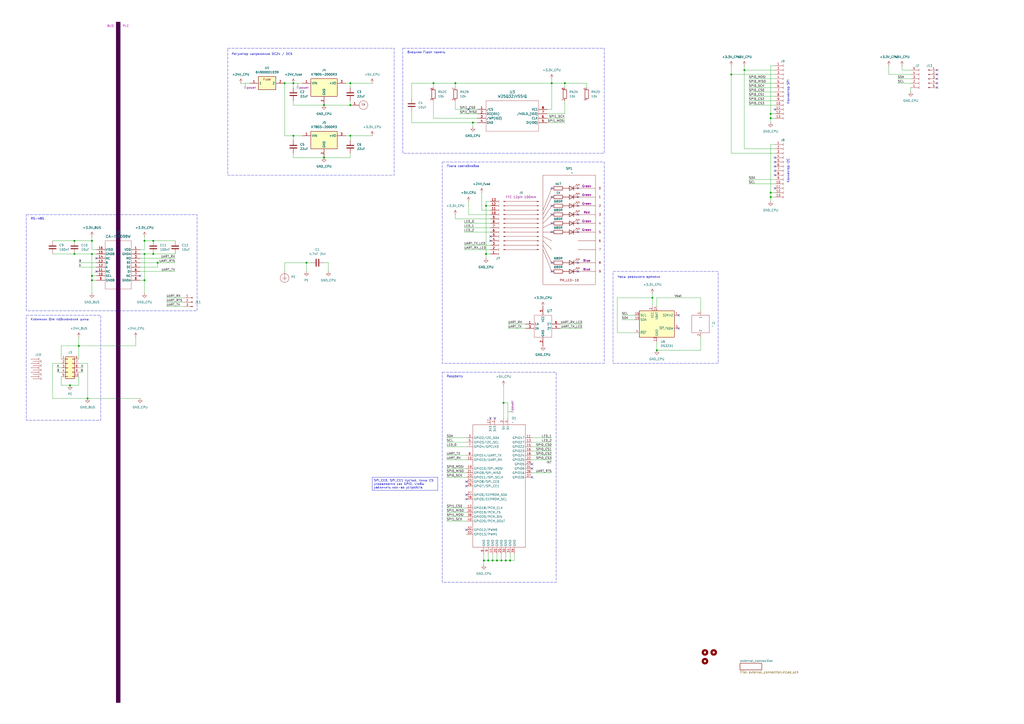
<source format=kicad_sch>
(kicad_sch (version 20250114) (generator "eeschema") (generator_version "9.0")
  (paper "A2")
  (title_block (title "${article} v${version}"))
  (rectangle (start 256.54 215.9) (end 322.58 337.82) (stroke (width 0) (type dash)))
  (rectangle (start 15.24 124.46) (end 114.3 180.34) (stroke (width 0) (type dash)))
  (rectangle (start 67.31 12.7) (end 69.85 407.67) (stroke (width 0) (type dot) (color 72 0 72 1)) (fill (type color) (color 72 0 72 1)))
  (rectangle (start 355.6 157.48) (end 416.56 210.82) (stroke (width 0) (type dash)))
  (rectangle (start 256.54 93.98) (end 350.52 210.82) (stroke (width 0) (type dash)))
  (rectangle (start 233.68 27.94) (end 350.52 88.9) (stroke (width 0) (type dash)))
  (rectangle (start 15.24 182.88) (end 58.42 243.84) (stroke (width 0) (type dash)))
  (rectangle (start 132.08 27.94) (end 228.6 101.6) (stroke (width 0) (type dash)))
  (text "BUS" (at 66.04 15.24 0) (effects (font (size 1.27 1.27)) (justify right)))
  (text "Клеммник для подключения шины" (at 17.78 185.42 0) (effects (font (size 1.27 1.27)) (justify left)))
  (text "RS-485" (at 17.78 127 0) (effects (font (size 1.27 1.27)) (justify left)))
  (text "Внешняя Flash память" (at 236.22 30.48 0) (effects (font (size 1.27 1.27)) (justify left)))
  (text "Raspberry" (at 259.08 218.44 0) (effects (font (size 1.27 1.27)) (justify left)))
  (text "PLC" (at 71.12 15.24 0) (effects (font (size 1.27 1.27)) (justify left)))
  (text "Коннектор SPI" (at 457.2 53.34 90) (effects (font (size 1.27 1.27))))
  (text "Часы реального времени" (at 358.14 160.02 0) (effects (font (size 1.27 1.27)) (justify left top)))
  (text "Коннектор I2C" (at 457.2 99.06 90) (effects (font (size 1.27 1.27))))
  (text "Регулятор напряжения DC24 / DC5" (at 134.366 31.496 0) (effects (font (size 1.27 1.27)) (justify left)))
  (text "Плата светодиодов" (at 259.08 96.52 0) (effects (font (size 1.27 1.27)) (justify left)))
  (text_box "SPI_CE0, SPI_CE1 пустые, пины CS управляются как GPIO, чтобы увеличить кол-во устройств" (at 215.9 276.86 0) (size 38.1 7.62) (margins 0.9525 0.9525 0.9525 0.9525) (effects (font (size 1.27 1.27)) (justify left)))
  (junction (at 447.04 111.76))
  (junction (at 170.18 48.26))
  (junction (at 53.34 160.02))
  (junction (at 83.82 139.7))
  (junction (at 281.94 119.38))
  (junction (at 288.29 325.12))
  (junction (at 447.04 66.04))
  (junction (at 43.18 139.7))
  (junction (at 177.8 152.4))
  (junction (at 281.94 147.32))
  (junction (at 320.04 48.26))
  (junction (at 327.66 48.26))
  (junction (at 83.82 147.32))
  (junction (at 45.72 200.66))
  (junction (at 83.82 162.56))
  (junction (at 187.96 60.96))
  (junction (at 53.34 139.7))
  (junction (at 53.34 147.32))
  (junction (at 264.16 48.26))
  (junction (at 165.1 48.26))
  (junction (at 50.8 231.14))
  (junction (at 53.34 162.56))
  (junction (at 431.8 40.64))
  (junction (at 290.83 325.12))
  (junction (at 251.46 48.26))
  (junction (at 203.2 60.96))
  (junction (at 293.37 325.12))
  (junction (at 187.96 91.44))
  (junction (at 285.75 325.12))
  (junction (at 40.64 223.52))
  (junction (at 91.44 152.4))
  (junction (at 292.1 233.68))
  (junction (at 43.18 147.32))
  (junction (at 295.91 325.12))
  (junction (at 88.9 139.7))
  (junction (at 88.9 147.32))
  (junction (at 447.04 114.3))
  (junction (at 381 203.2))
  (junction (at 274.32 71.12))
  (junction (at 447.04 68.58))
  (junction (at 203.2 48.26))
  (junction (at 378.46 172.72))
  (junction (at 283.21 325.12))
  (junction (at 424.18 43.18))
  (junction (at 170.18 78.74))
  (junction (at 203.2 78.74))
  (junction (at 280.67 325.12))
  (no_connect (at 55.88 157.48))
  (no_connect (at 449.58 99.06))
  (no_connect (at 320.04 119.38))
  (no_connect (at 270.51 281.94))
  (no_connect (at 308.61 276.86))
  (no_connect (at 335.28 119.38))
  (no_connect (at 449.58 63.5))
  (no_connect (at 335.28 109.22))
  (no_connect (at 335.28 124.46))
  (no_connect (at 449.58 101.6))
  (no_connect (at 449.58 91.44))
  (no_connect (at 320.04 157.48))
  (no_connect (at 543.56 48.26))
  (no_connect (at 287.02 242.57))
  (no_connect (at 320.04 152.4))
  (no_connect (at 335.28 129.54))
  (no_connect (at 449.58 93.98))
  (no_connect (at 320.04 129.54))
  (no_connect (at 270.51 307.34))
  (no_connect (at 543.56 45.72))
  (no_connect (at 543.56 43.18))
  (no_connect (at 543.56 50.8))
  (no_connect (at 270.51 289.56))
  (no_connect (at 335.28 134.62))
  (no_connect (at 81.28 160.02))
  (no_connect (at 335.28 114.3))
  (no_connect (at 543.56 40.64))
  (no_connect (at 449.58 109.22))
  (no_connect (at 55.88 149.86))
  (no_connect (at 335.28 152.4))
  (no_connect (at 335.28 157.48))
  (no_connect (at 449.58 96.52))
  (no_connect (at 270.51 287.02))
  (no_connect (at 284.48 137.16))
  (no_connect (at 284.48 242.57))
  (no_connect (at 271.78 63.5))
  (no_connect (at 284.48 139.7))
  (no_connect (at 320.04 124.46))
  (no_connect (at 320.04 114.3))
  (no_connect (at 320.04 134.62))
  (no_connect (at 308.61 271.78))
  (no_connect (at 393.7 190.5))
  (no_connect (at 270.51 279.4))
  (no_connect (at 308.61 269.24))
  (no_connect (at 320.04 109.22))
  (no_connect (at 393.7 182.88))
  (wire (pts (xy 264.16 48.26) (xy 264.16 50.8)))
  (wire (pts (xy 53.34 147.32) (xy 53.34 160.02)))
  (wire (pts (xy 45.72 215.9) (xy 48.26 215.9)))
  (wire (pts (xy 279.4 121.92) (xy 284.48 121.92)))
  (wire (pts (xy 447.04 71.12) (xy 447.04 68.58)))
  (wire (pts (xy 88.9 147.32) (xy 101.6 147.32)))
  (wire (pts (xy 449.58 114.3) (xy 447.04 114.3)))
  (wire (pts (xy 327.66 48.26) (xy 320.04 48.26)))
  (wire (pts (xy 358.14 172.72) (xy 378.46 172.72)))
  (wire (pts (xy 170.18 78.74) (xy 170.18 81.28)))
  (wire (pts (xy 35.56 208.28) (xy 35.56 200.66)))
  (wire (pts (xy 91.44 152.4) (xy 91.44 154.94)))
  (wire (pts (xy 96.52 175.26) (xy 106.68 175.26)))
  (wire (pts (xy 424.18 43.18) (xy 449.58 43.18)))
  (wire (pts (xy 381 198.12) (xy 381 203.2)))
  (wire (pts (xy 259.08 276.86) (xy 270.51 276.86)))
  (wire (pts (xy 190.5 157.48) (xy 190.5 152.4)))
  (wire (pts (xy 381 177.8) (xy 381 172.72)))
  (wire (pts (xy 203.2 78.74) (xy 215.9 78.74)))
  (wire (pts (xy 177.8 152.4) (xy 180.34 152.4)))
  (wire (pts (xy 317.5 68.58) (xy 327.66 68.58)))
  (wire (pts (xy 434.34 106.68) (xy 449.58 106.68)))
  (wire (pts (xy 308.61 264.16) (xy 320.04 264.16)))
  (wire (pts (xy 269.24 142.24) (xy 284.48 142.24)))
  (wire (pts (xy 360.68 185.42) (xy 368.3 185.42)))
  (wire (pts (xy 264.16 63.5) (xy 276.86 63.5)))
  (wire (pts (xy 40.64 223.52) (xy 45.72 223.52)))
  (wire (pts (xy 30.48 139.7) (xy 43.18 139.7)))
  (wire (pts (xy 406.4 172.72) (xy 406.4 180.34)))
  (wire (pts (xy 295.91 321.31) (xy 295.91 325.12)))
  (wire (pts (xy 78.74 195.58) (xy 78.74 200.66)))
  (wire (pts (xy 53.34 139.7) (xy 53.34 144.78)))
  (wire (pts (xy 35.56 223.52) (xy 40.64 223.52)))
  (wire (pts (xy 293.37 321.31) (xy 293.37 325.12)))
  (wire (pts (xy 81.28 149.86) (xy 101.6 149.86)))
  (wire (pts (xy 434.34 45.72) (xy 449.58 45.72)))
  (wire (pts (xy 45.72 195.58) (xy 45.72 200.66)))
  (wire (pts (xy 50.8 210.82) (xy 50.8 231.14)))
  (wire (pts (xy 35.56 210.82) (xy 30.48 210.82)))
  (wire (pts (xy 81.28 154.94) (xy 91.44 154.94)))
  (wire (pts (xy 280.67 321.31) (xy 280.67 325.12)))
  (wire (pts (xy 434.34 58.42) (xy 449.58 58.42)))
  (wire (pts (xy 55.88 147.32) (xy 53.34 147.32)))
  (wire (pts (xy 81.28 147.32) (xy 83.82 147.32)))
  (wire (pts (xy 45.72 152.4) (xy 55.88 152.4)))
  (wire (pts (xy 33.02 215.9) (xy 35.56 215.9)))
  (wire (pts (xy 449.58 88.9) (xy 424.18 88.9)))
  (wire (pts (xy 30.48 210.82) (xy 30.48 231.14)))
  (wire (pts (xy 238.76 57.15) (xy 238.76 48.26)))
  (wire (pts (xy 269.24 132.08) (xy 284.48 132.08)))
  (wire (pts (xy 308.61 254) (xy 320.04 254)))
  (wire (pts (xy 30.48 231.14) (xy 50.8 231.14)))
  (wire (pts (xy 170.18 60.96) (xy 187.96 60.96)))
  (wire (pts (xy 203.2 48.26) (xy 203.2 50.8)))
  (wire (pts (xy 294.64 187.96) (xy 304.8 187.96)))
  (wire (pts (xy 308.61 256.54) (xy 320.04 256.54)))
  (wire (pts (xy 271.78 116.84) (xy 271.78 124.46)))
  (wire (pts (xy 281.94 119.38) (xy 281.94 147.32)))
  (wire (pts (xy 170.18 48.26) (xy 175.26 48.26)))
  (wire (pts (xy 434.34 50.8) (xy 449.58 50.8)))
  (wire (pts (xy 203.2 58.42) (xy 203.2 60.96)))
  (wire (pts (xy 447.04 68.58) (xy 447.04 66.04)))
  (wire (pts (xy 281.94 119.38) (xy 284.48 119.38)))
  (wire (pts (xy 424.18 43.18) (xy 424.18 38.1)))
  (wire (pts (xy 281.94 116.84) (xy 281.94 119.38)))
  (wire (pts (xy 81.28 152.4) (xy 91.44 152.4)))
  (wire (pts (xy 283.21 325.12) (xy 285.75 325.12)))
  (wire (pts (xy 203.2 88.9) (xy 203.2 91.44)))
  (wire (pts (xy 170.18 78.74) (xy 165.1 78.74)))
  (wire (pts (xy 50.8 231.14) (xy 81.28 231.14)))
  (wire (pts (xy 139.7 48.26) (xy 144.78 48.26)))
  (wire (pts (xy 431.8 40.64) (xy 449.58 40.64)))
  (wire (pts (xy 320.04 48.26) (xy 320.04 45.72)))
  (wire (pts (xy 292.1 223.52) (xy 292.1 233.68)))
  (wire (pts (xy 170.18 60.96) (xy 170.18 58.42)))
  (wire (pts (xy 447.04 38.1) (xy 447.04 66.04)))
  (wire (pts (xy 337.82 187.96) (xy 325.12 187.96)))
  (wire (pts (xy 43.18 139.7) (xy 53.34 139.7)))
  (wire (pts (xy 520.7 48.26) (xy 528.32 48.26)))
  (wire (pts (xy 294.64 233.68) (xy 292.1 233.68)))
  (wire (pts (xy 251.46 48.26) (xy 251.46 50.8)))
  (wire (pts (xy 187.96 60.96) (xy 203.2 60.96)))
  (wire (pts (xy 83.82 137.16) (xy 83.82 139.7)))
  (wire (pts (xy 378.46 170.18) (xy 378.46 172.72)))
  (wire (pts (xy 358.14 193.04) (xy 368.3 193.04)))
  (wire (pts (xy 280.67 325.12) (xy 283.21 325.12)))
  (wire (pts (xy 381 172.72) (xy 406.4 172.72)))
  (wire (pts (xy 378.46 172.72) (xy 378.46 177.8)))
  (wire (pts (xy 281.94 147.32) (xy 284.48 147.32)))
  (wire (pts (xy 175.26 78.74) (xy 170.18 78.74)))
  (wire (pts (xy 447.04 114.3) (xy 447.04 116.84)))
  (wire (pts (xy 308.61 259.08) (xy 320.04 259.08)))
  (wire (pts (xy 96.52 172.72) (xy 106.68 172.72)))
  (wire (pts (xy 294.64 190.5) (xy 304.8 190.5)))
  (wire (pts (xy 327.66 66.04) (xy 327.66 58.42)))
  (wire (pts (xy 269.24 144.78) (xy 284.48 144.78)))
  (wire (pts (xy 203.2 48.26) (xy 215.9 48.26)))
  (wire (pts (xy 165.1 152.4) (xy 177.8 152.4)))
  (wire (pts (xy 449.58 86.36) (xy 431.8 86.36)))
  (wire (pts (xy 320.04 63.5) (xy 320.04 48.26)))
  (wire (pts (xy 449.58 111.76) (xy 447.04 111.76)))
  (wire (pts (xy 33.02 213.36) (xy 35.56 213.36)))
  (wire (pts (xy 259.08 264.16) (xy 270.51 264.16)))
  (wire (pts (xy 528.32 50.8) (xy 528.32 53.34)))
  (wire (pts (xy 271.78 124.46) (xy 284.48 124.46)))
  (wire (pts (xy 434.34 48.26) (xy 449.58 48.26)))
  (wire (pts (xy 259.08 266.7) (xy 270.51 266.7)))
  (wire (pts (xy 276.86 68.58) (xy 251.46 68.58)))
  (wire (pts (xy 294.64 242.57) (xy 294.64 233.68)))
  (wire (pts (xy 308.61 274.32) (xy 320.04 274.32)))
  (wire (pts (xy 279.4 111.76) (xy 279.4 121.92)))
  (wire (pts (xy 288.29 325.12) (xy 290.83 325.12)))
  (wire (pts (xy 53.34 160.02) (xy 55.88 160.02)))
  (wire (pts (xy 528.32 43.18) (xy 515.62 43.18)))
  (wire (pts (xy 170.18 91.44) (xy 187.96 91.44)))
  (wire (pts (xy 91.44 152.4) (xy 101.6 152.4)))
  (wire (pts (xy 434.34 55.88) (xy 449.58 55.88)))
  (wire (pts (xy 298.45 321.31) (xy 298.45 325.12)))
  (wire (pts (xy 523.24 40.64) (xy 523.24 38.1)))
  (wire (pts (xy 45.72 154.94) (xy 55.88 154.94)))
  (wire (pts (xy 251.46 58.42) (xy 251.46 68.58)))
  (wire (pts (xy 269.24 129.54) (xy 284.48 129.54)))
  (wire (pts (xy 424.18 88.9) (xy 424.18 43.18)))
  (wire (pts (xy 259.08 274.32) (xy 270.51 274.32)))
  (wire (pts (xy 83.82 147.32) (xy 83.82 162.56)))
  (wire (pts (xy 308.61 266.7) (xy 320.04 266.7)))
  (wire (pts (xy 285.75 321.31) (xy 285.75 325.12)))
  (wire (pts (xy 259.08 297.18) (xy 270.51 297.18)))
  (wire (pts (xy 190.5 152.4) (xy 187.96 152.4)))
  (wire (pts (xy 337.82 190.5) (xy 325.12 190.5)))
  (wire (pts (xy 274.32 71.12) (xy 274.32 73.66)))
  (wire (pts (xy 259.08 299.72) (xy 270.51 299.72)))
  (wire (pts (xy 447.04 83.82) (xy 447.04 111.76)))
  (wire (pts (xy 30.48 147.32) (xy 43.18 147.32)))
  (wire (pts (xy 35.56 200.66) (xy 45.72 200.66)))
  (wire (pts (xy 269.24 134.62) (xy 284.48 134.62)))
  (wire (pts (xy 264.16 127) (xy 284.48 127)))
  (wire (pts (xy 83.82 162.56) (xy 83.82 170.18)))
  (wire (pts (xy 340.36 50.8) (xy 340.36 48.26)))
  (wire (pts (xy 327.66 48.26) (xy 327.66 50.8)))
  (wire (pts (xy 259.08 259.08) (xy 270.51 259.08)))
  (wire (pts (xy 177.8 152.4) (xy 177.8 157.48)))
  (wire (pts (xy 259.08 254) (xy 270.51 254)))
  (wire (pts (xy 290.83 321.31) (xy 290.83 325.12)))
  (wire (pts (xy 170.18 48.26) (xy 170.18 50.8)))
  (wire (pts (xy 83.82 144.78) (xy 83.82 139.7)))
  (wire (pts (xy 381 203.2) (xy 406.4 203.2)))
  (wire (pts (xy 431.8 86.36) (xy 431.8 40.64)))
  (wire (pts (xy 266.7 66.04) (xy 276.86 66.04)))
  (wire (pts (xy 358.14 172.72) (xy 358.14 193.04)))
  (wire (pts (xy 447.04 111.76) (xy 447.04 114.3)))
  (wire (pts (xy 283.21 321.31) (xy 283.21 325.12)))
  (wire (pts (xy 434.34 60.96) (xy 449.58 60.96)))
  (wire (pts (xy 83.82 144.78) (xy 81.28 144.78)))
  (wire (pts (xy 259.08 256.54) (xy 270.51 256.54)))
  (wire (pts (xy 53.34 144.78) (xy 55.88 144.78)))
  (wire (pts (xy 200.66 78.74) (xy 203.2 78.74)))
  (wire (pts (xy 53.34 137.16) (xy 53.34 139.7)))
  (wire (pts (xy 406.4 203.2) (xy 406.4 195.58)))
  (wire (pts (xy 238.76 71.12) (xy 274.32 71.12)))
  (wire (pts (xy 165.1 78.74) (xy 165.1 48.26)))
  (wire (pts (xy 281.94 147.32) (xy 281.94 149.86)))
  (wire (pts (xy 259.08 294.64) (xy 270.51 294.64)))
  (wire (pts (xy 45.72 210.82) (xy 50.8 210.82)))
  (wire (pts (xy 434.34 104.14) (xy 449.58 104.14)))
  (wire (pts (xy 203.2 91.44) (xy 187.96 91.44)))
  (wire (pts (xy 340.36 48.26) (xy 327.66 48.26)))
  (wire (pts (xy 165.1 48.26) (xy 170.18 48.26)))
  (wire (pts (xy 449.58 83.82) (xy 447.04 83.82)))
  (wire (pts (xy 83.82 162.56) (xy 81.28 162.56)))
  (wire (pts (xy 83.82 139.7) (xy 88.9 139.7)))
  (wire (pts (xy 317.5 66.04) (xy 327.66 66.04)))
  (wire (pts (xy 515.62 43.18) (xy 515.62 38.1)))
  (wire (pts (xy 317.5 71.12) (xy 327.66 71.12)))
  (wire (pts (xy 317.5 63.5) (xy 320.04 63.5)))
  (wire (pts (xy 88.9 139.7) (xy 101.6 139.7)))
  (wire (pts (xy 45.72 213.36) (xy 48.26 213.36)))
  (wire (pts (xy 251.46 48.26) (xy 264.16 48.26)))
  (wire (pts (xy 280.67 325.12) (xy 280.67 327.66)))
  (wire (pts (xy 96.52 177.8) (xy 106.68 177.8)))
  (wire (pts (xy 45.72 208.28) (xy 45.72 200.66)))
  (wire (pts (xy 81.28 157.48) (xy 101.6 157.48)))
  (wire (pts (xy 449.58 66.04) (xy 447.04 66.04)))
  (wire (pts (xy 35.56 218.44) (xy 35.56 223.52)))
  (wire (pts (xy 238.76 48.26) (xy 251.46 48.26)))
  (wire (pts (xy 264.16 58.42) (xy 264.16 63.5)))
  (wire (pts (xy 276.86 71.12) (xy 274.32 71.12)))
  (wire (pts (xy 292.1 233.68) (xy 292.1 242.57)))
  (wire (pts (xy 203.2 78.74) (xy 203.2 81.28)))
  (wire (pts (xy 288.29 321.31) (xy 288.29 325.12)))
  (wire (pts (xy 53.34 160.02) (xy 53.34 162.56)))
  (wire (pts (xy 53.34 162.56) (xy 55.88 162.56)))
  (wire (pts (xy 449.58 38.1) (xy 447.04 38.1)))
  (wire (pts (xy 290.83 325.12) (xy 293.37 325.12)))
  (wire (pts (xy 295.91 325.12) (xy 298.45 325.12)))
  (wire (pts (xy 520.7 45.72) (xy 528.32 45.72)))
  (wire (pts (xy 78.74 200.66) (xy 45.72 200.66)))
  (wire (pts (xy 45.72 223.52) (xy 45.72 218.44)))
  (wire (pts (xy 360.68 182.88) (xy 368.3 182.88)))
  (wire (pts (xy 170.18 88.9) (xy 170.18 91.44)))
  (wire (pts (xy 264.16 48.26) (xy 320.04 48.26)))
  (wire (pts (xy 43.18 147.32) (xy 53.34 147.32)))
  (wire (pts (xy 308.61 261.62) (xy 320.04 261.62)))
  (wire (pts (xy 431.8 38.1) (xy 431.8 40.64)))
  (wire (pts (xy 264.16 127) (xy 264.16 124.46)))
  (wire (pts (xy 259.08 271.78) (xy 270.51 271.78)))
  (wire (pts (xy 83.82 147.32) (xy 88.9 147.32)))
  (wire (pts (xy 165.1 157.48) (xy 165.1 152.4)))
  (wire (pts (xy 434.34 53.34) (xy 449.58 53.34)))
  (wire (pts (xy 53.34 162.56) (xy 53.34 170.18)))
  (wire (pts (xy 528.32 40.64) (xy 523.24 40.64)))
  (wire (pts (xy 200.66 48.26) (xy 203.2 48.26)))
  (wire (pts (xy 447.04 68.58) (xy 449.58 68.58)))
  (wire (pts (xy 293.37 325.12) (xy 295.91 325.12)))
  (wire (pts (xy 238.76 64.77) (xy 238.76 71.12)))
  (wire (pts (xy 285.75 325.12) (xy 288.29 325.12)))
  (wire (pts (xy 284.48 116.84) (xy 281.94 116.84)))
  (wire (pts (xy 259.08 302.26) (xy 270.51 302.26)))
  (label "SPI1_MOSI" (at 259.08 299.72 0))
  (label "UART_RTS" (at 320.04 274.32 180))
  (label "UART_RTS" (at 96.52 175.26 0))
  (label "Vbat" (at 391.16 172.72 0))
  (label "SPI0_CS2" (at 434.34 58.42 0))
  (label "UART_RX_LED" (at 269.24 144.78 0))
  (label "SDA" (at 434.34 104.14 0))
  (label "SPI0_CS0" (at 434.34 53.34 0))
  (label "UART_TX_LED" (at 269.24 142.24 0))
  (label "LED_1" (at 269.24 132.08 0))
  (label "SPI1_MOSI" (at 327.66 71.12 180))
  (label "UART_RX" (at 294.64 187.96 0))
  (label "SCL" (at 434.34 106.68 0))
  (label "UART_RTS" (at 101.6 152.4 180))
  (label "LED_2" (at 269.24 134.62 0))
  (label "SDA" (at 259.08 254 0))
  (label "A" (at 33.02 213.36 0))
  (label "SPI0_CS1" (at 434.34 55.88 0))
  (label "SPI1_MISO" (at 266.7 66.04 0))
  (label "A" (at 48.26 213.36 180))
  (label "SPI1_CS0" (at 259.08 294.64 0))
  (label "SDA" (at 360.68 185.42 0))
  (label "UART_TX_LED" (at 337.82 190.5 180))
  (label "UART_TX" (at 294.64 190.5 0))
  (label "SPI0_SCK" (at 259.08 276.86 0))
  (label "UART_RX" (at 259.08 266.7 0))
  (label "SPI0_CS3" (at 320.04 266.7 180))
  (label "UART_RX_LED" (at 337.82 187.96 180))
  (label "SPI1_SCK" (at 327.66 68.58 180))
  (label "INT" (at 320.04 269.24 180))
  (label "UART_RX" (at 96.52 172.72 0))
  (label "LED_2" (at 320.04 256.54 180))
  (label "B" (at 33.02 215.9 0))
  (label "SPI0_CS2" (at 320.04 264.16 180))
  (label "SPI1_SCK" (at 259.08 302.26 0))
  (label "SDA" (at 520.7 45.72 0))
  (label "LED_0" (at 259.08 259.08 0))
  (label "LED_1" (at 320.04 254 180))
  (label "SPI1_CS0" (at 266.7 63.5 0))
  (label "UART_TX" (at 259.08 264.16 0))
  (label "LED_0" (at 269.24 129.54 0))
  (label "SPI0_MOSI" (at 434.34 45.72 0))
  (label "UART_TX" (at 101.6 157.48 180))
  (label "B" (at 45.72 152.4 0))
  (label "B" (at 48.26 215.9 180))
  (label "SPI0_CS1" (at 320.04 261.62 180))
  (label "UART_RX" (at 101.6 149.86 180))
  (label "SPI0_MISO" (at 434.34 48.26 0))
  (label "SPI0_CS0" (at 320.04 259.08 180))
  (label "SCL" (at 259.08 256.54 0))
  (label "SPI0_MOSI" (at 259.08 271.78 0))
  (label "UART_TX" (at 96.52 177.8 0))
  (label "A" (at 45.72 154.94 0))
  (label "SCL" (at 520.7 48.26 0))
  (label "SPI0_MISO" (at 259.08 274.32 0))
  (label "SPI1_MISO" (at 259.08 297.18 0))
  (label "SPI0_SCK" (at 434.34 50.8 0))
  (label "SPI0_CS3" (at 434.34 60.96 0))
  (label "SCL" (at 360.68 182.88 0))
  (netclass_flag "" (length 2.54) (shape round) (at 172.72 48.26 180) (property "Netclass" "power" (at 173.4185 50.8 0) (effects (font (italic yes)) (justify left))))
  (netclass_flag "" (length 2.54) (shape round) (at 294.64 238.76 270) (property "Netclass" "power" (at 297.18 238.0615 90) (effects (font (italic yes)) (justify left))))
  (netclass_flag "" (length 2.54) (shape round) (at 142.24 48.26 180) (property "Netclass" "power" (at 142.9385 50.8 0) (effects (font (italic yes)) (justify left))))
  (symbol (lib_id "kicad_inventree_lib:15EDGKNH-3.5-10P") (at 22.86 213.36 0) (unit 1) (on_board no)
    (property "Reference" "J10" (at 20.32 205.74 0) (effects (justify left)))
    (property "Value" "15EDGKNH-3.5-10P" (effects (hide yes)))
    (property "Datasheet" "http://inventree.network/part/257/" (effects (hide yes)))
    (property "Description" "Generic connector, single row, 01x05, script generated" (effects (hide yes)))
    (property "part_ipn" "15EDGKNH-3.5-10P" (effects (hide yes)))
  )
  (symbol (lib_id "power:GND") (at 187.96 60.96 0) (unit 1)
    (property "Reference" "#PWR04" (effects (hide yes)))
    (property "Value" "GND_CPU" (at 187.96 66.04 0))
    (property "Description" "Power symbol creates a global label with name \"GND\" , ground" (effects (hide yes)))
  )
  (symbol (lib_id "kicad_inventree_lib:R_680R_0603_1%") (at 323.85 129.54 90) (unit 1) (on_board no)
    (property "Reference" "R5" (effects (hide yes)))
    (property "Value" "680R" (at 323.85 127 90))
    (property "Footprint" "Resistor_SMD:R_0603_1608Metric" (effects (hide yes)))
    (property "Datasheet" "http://inventree.network/part/281/" (effects (hide yes)))
    (property "Description" "Resistor" (effects (hide yes)))
    (property "part_ipn" "R_680R_0603_1%" (effects (hide yes)))
  )
  (symbol (lib_id "power:GND") (at 40.64 223.52 0) (mirror y) (unit 1)
    (property "Reference" "#PWR023" (effects (hide yes)))
    (property "Value" "PE" (at 40.64 228.6 0))
    (property "Description" "Power symbol creates a global label with name \"GND\" , ground" (effects (hide yes)))
  )
  (symbol (lib_id "kicad_inventree_lib:R_680R_0603_1%") (at 323.85 157.48 90) (unit 1) (on_board no)
    (property "Reference" "R8" (effects (hide yes)))
    (property "Value" "680R" (at 323.85 154.94 90))
    (property "Footprint" "Resistor_SMD:R_0603_1608Metric" (effects (hide yes)))
    (property "Datasheet" "http://inventree.network/part/281/" (effects (hide yes)))
    (property "Description" "Resistor" (effects (hide yes)))
    (property "part_ipn" "R_680R_0603_1%" (effects (hide yes)))
  )
  (symbol (lib_id "power:+3.3V") (at 515.62 38.1 0) (unit 1)
    (property "Reference" "#PWR030" (effects (hide yes)))
    (property "Value" "+3.3V_CPU" (at 515.62 33.02 0))
    (property "Description" "Power symbol creates a global label with name \"+3.3V\"" (effects (hide yes)))
  )
  (symbol (lib_id "kicad_inventree_lib:MountingHole_M3") (at 408.94 383.54 0) (unit 1) (exclude_from_sim yes) (in_bom no)
    (property "Reference" "H2" (effects (hide yes)))
    (property "Value" "MountingHole_M3" (effects (hide yes)))
    (property "Footprint" "kicad_inventree_lib:MountingHole_M3" (effects (hide yes)))
    (property "Description" "Mounting Hole without connection" (effects (hide yes)))
  )
  (symbol (lib_id "kicad_inventree_lib:XL-1606SYGC") (at 331.47 109.22 180) (unit 1) (on_board no)
    (property "Reference" "D2" (effects (hide yes)))
    (property "Value" "XL-1606SYGC" (effects (hide yes)))
    (property "Footprint" "kicad_inventree_lib:XL-1606" (effects (hide yes)))
    (property "Datasheet" "http://inventree.network/part/278/" (effects (hide yes)))
    (property "Description" "Green" (at 340.36 107.95 0))
    (property "part_ipn" "XL-1606SYGC" (effects (hide yes)))
  )
  (symbol (lib_id "power:+3.3V") (at 314.96 177.8 0) (unit 1)
    (property "Reference" "#PWR037" (effects (hide yes)))
    (property "Value" "+3.3V_CPU" (at 314.96 172.72 0))
    (property "Description" "Power symbol creates a global label with name \"+3.3V\"" (effects (hide yes)))
  )
  (symbol (lib_id "power:+5V") (at 215.9 48.26 0) (unit 1)
    (property "Reference" "#PWR03" (effects (hide yes)))
    (property "Value" "+5V_CPU" (at 215.9 43.18 0))
    (property "Description" "Power symbol creates a global label with name \"+5V\"" (effects (hide yes)))
  )
  (symbol (lib_id "power:GND") (at 280.67 327.66 0) (unit 1)
    (property "Reference" "#PWR017" (effects (hide yes)))
    (property "Value" "GND_CPU" (at 280.67 332.74 0))
    (property "Description" "Power symbol creates a global label with name \"GND\" , ground" (effects (hide yes)))
  )
  (symbol (lib_id "power:+3.3V") (at 320.04 45.72 0) (unit 1)
    (property "Reference" "#PWR014" (effects (hide yes)))
    (property "Value" "+3.3V_CPU" (at 320.04 40.64 0))
    (property "Description" "Power symbol creates a global label with name \"+3.3V\"" (effects (hide yes)))
  )
  (symbol (lib_id "kicad_inventree_lib:XL-1606SYGC") (at 331.47 114.3 180) (unit 1) (on_board no)
    (property "Reference" "D3" (effects (hide yes)))
    (property "Value" "XL-1606SYGC" (effects (hide yes)))
    (property "Footprint" "kicad_inventree_lib:XL-1606" (effects (hide yes)))
    (property "Datasheet" "http://inventree.network/part/278/" (effects (hide yes)))
    (property "Description" "Green" (at 340.36 113.03 0))
    (property "part_ipn" "XL-1606SYGC" (effects (hide yes)))
  )
  (symbol (lib_id "power:+5V") (at 78.74 195.58 0) (mirror y) (unit 1)
    (property "Reference" "#PWR025" (effects (hide yes)))
    (property "Value" "+24V_CPU" (at 78.74 190.5 0))
    (property "Description" "Power symbol creates a global label with name \"+5V\"" (effects (hide yes)))
  )
  (symbol (lib_id "power:GND") (at 281.94 149.86 0) (unit 1)
    (property "Reference" "#PWR032" (effects (hide yes)))
    (property "Value" "GND_CPU" (at 281.94 154.94 0))
    (property "Description" "Power symbol creates a global label with name \"GND\" , ground" (effects (hide yes)))
  )
  (symbol (lib_id "power:GND") (at 381 203.2 0) (unit 1)
    (property "Reference" "#PWR034" (effects (hide yes)))
    (property "Value" "GND_CPU" (at 381 208.28 0))
    (property "Description" "Power symbol creates a global label with name \"GND\" , ground" (effects (hide yes)))
  )
  (symbol (lib_id "kicad_inventree_lib:R_680R_0603_1%") (at 323.85 152.4 90) (unit 1) (on_board no)
    (property "Reference" "R7" (effects (hide yes)))
    (property "Value" "680R" (at 323.85 149.86 90))
    (property "Footprint" "Resistor_SMD:R_0603_1608Metric" (effects (hide yes)))
    (property "Datasheet" "http://inventree.network/part/281/" (effects (hide yes)))
    (property "Description" "Resistor" (effects (hide yes)))
    (property "part_ipn" "R_680R_0603_1%" (effects (hide yes)))
  )
  (symbol (lib_id "kicad_inventree_lib:XL-1606SYGC") (at 331.47 129.54 180) (unit 1) (on_board no)
    (property "Reference" "D6" (effects (hide yes)))
    (property "Value" "XL-1606SYGC" (effects (hide yes)))
    (property "Footprint" "kicad_inventree_lib:XL-1606" (effects (hide yes)))
    (property "Datasheet" "http://inventree.network/part/278/" (effects (hide yes)))
    (property "Description" "Green" (at 340.36 128.27 0))
    (property "part_ipn" "XL-1606SYGC" (effects (hide yes)))
  )
  (symbol (lib_id "kicad_inventree_lib:BS-12-A1AJ002-F") (at 406.4 182.88 0) (unit 1)
    (property "Reference" "J1" (at 412.75 187.3249 0) (effects (justify left)))
    (property "Value" "~" (at 412.75 189.23 0) (effects (justify left)))
    (property "Footprint" "kicad_inventree_lib:BS-12-A1AJ002-F" (effects (hide yes)))
    (property "Datasheet" "http://inventree.network/part/215/" (effects (hide yes)))
    (property "part_ipn" "BS-12-A1AJ002-F" (effects (hide yes)))
  )
  (symbol (lib_id "kicad_inventree_lib:XL-1606SYGC") (at 331.47 134.62 180) (unit 1) (on_board no)
    (property "Reference" "D7" (effects (hide yes)))
    (property "Value" "XL-1606SYGC" (effects (hide yes)))
    (property "Footprint" "kicad_inventree_lib:XL-1606" (effects (hide yes)))
    (property "Datasheet" "http://inventree.network/part/278/" (effects (hide yes)))
    (property "Description" "Green" (at 340.36 133.35 0))
    (property "part_ipn" "XL-1606SYGC" (effects (hide yes)))
  )
  (symbol (lib_id "kicad_inventree_lib:C_22uF_50V_2220_MLCC-X7R") (at 203.2 54.61 0) (unit 1)
    (property "Reference" "C3" (at 207.01 53.3399 0) (effects (justify left)))
    (property "Value" "22uF" (at 207.01 55.8799 0) (effects (justify left)))
    (property "Footprint" "Capacitor_SMD:C_2220_5750Metric" (effects (hide yes)))
    (property "Datasheet" "http://inventree.network/part/99/" (effects (hide yes)))
    (property "Description" "Unpolarized capacitor" (effects (hide yes)))
    (property "part_ipn" "C_22uF_50V_2220_MLCC-X7R" (effects (hide yes)))
  )
  (symbol (lib_id "power:GND") (at 528.32 53.34 0) (mirror y) (unit 1)
    (property "Reference" "#PWR031" (effects (hide yes)))
    (property "Value" "GND_CPU" (at 528.32 58.42 0))
    (property "Description" "Power symbol creates a global label with name \"GND\" , ground" (effects (hide yes)))
  )
  (symbol (lib_id "power:+5V") (at 431.8 38.1 0) (unit 1)
    (property "Reference" "#PWR028" (effects (hide yes)))
    (property "Value" "+5V_CPU" (at 431.8 33.02 0))
    (property "Description" "Power symbol creates a global label with name \"+5V\"" (effects (hide yes)))
  )
  (symbol (lib_id "kicad_inventree_lib:XL-1606UBC") (at 331.47 157.48 180) (unit 1) (on_board no)
    (property "Reference" "D9" (effects (hide yes)))
    (property "Value" "XL-1606UBC" (effects (hide yes)))
    (property "Footprint" "kicad_inventree_lib:XL-1606" (effects (hide yes)))
    (property "Datasheet" "http://inventree.network/part/277/" (effects (hide yes)))
    (property "Description" "Blue" (at 340.36 156.21 0))
    (property "part_ipn" "XL-1606UBC" (effects (hide yes)))
  )
  (symbol (lib_id "kicad_inventree_lib:AFA07-S12FCC-00") (at 454.66 93.98 0) (unit 1)
    (property "Reference" "J8" (at 454.025 81.28 0))
    (property "Value" "AFA07-S10FCC-00" (effects (hide yes)))
    (property "Footprint" "kicad_inventree_lib:CONN10_AFA07-S12_JUS" (effects (hide yes)))
    (property "Datasheet" "http://inventree.network/part/170/" (effects (hide yes)))
    (property "Description" "Generic connector, single row, 01x10, script generated" (effects (hide yes)))
    (property "part_ipn" "AFA07-S12FCC-00" (effects (hide yes)))
  )
  (symbol (lib_id "kicad_inventree_lib:R_680R_0603_1%") (at 323.85 124.46 90) (unit 1) (on_board no)
    (property "Reference" "R4" (effects (hide yes)))
    (property "Value" "680R" (at 323.85 121.92 90))
    (property "Footprint" "Resistor_SMD:R_0603_1608Metric" (effects (hide yes)))
    (property "Datasheet" "http://inventree.network/part/281/" (effects (hide yes)))
    (property "Description" "Resistor" (effects (hide yes)))
    (property "part_ipn" "R_680R_0603_1%" (effects (hide yes)))
  )
  (symbol (lib_id "kicad_inventree_lib:R_1k_0603_1%") (at 323.85 114.3 90) (unit 1) (on_board no)
    (property "Reference" "R1" (effects (hide yes)))
    (property "Value" "1k" (at 323.85 111.76 90))
    (property "Footprint" "Resistor_SMD:R_0603_1608Metric" (effects (hide yes)))
    (property "Datasheet" "http://inventree.network/part/280/" (effects (hide yes)))
    (property "Description" "Resistor" (effects (hide yes)))
    (property "part_ipn" "R_1k_0603_1%" (effects (hide yes)))
  )
  (symbol (lib_id "kicad_inventree_lib:RaspberryPi") (at 289.56 246.38 0) (unit 1) (in_bom no)
    (property "Reference" "D1" (at 296.8341 242.57 0) (effects (justify left)))
    (property "Value" "~" (at 296.8341 245.11 0) (effects (justify left)))
    (property "Footprint" "kicad_inventree_lib:RaspberryPi" (effects (hide yes)))
    (property "NextPCB_price" "200" (effects (hide yes)))
  )
  (symbol (lib_id "kicad_inventree_lib:XL-1606SURC") (at 331.47 124.46 180) (unit 1) (on_board no)
    (property "Reference" "D5" (effects (hide yes)))
    (property "Value" "XL-1606SURC" (effects (hide yes)))
    (property "Footprint" "kicad_inventree_lib:XL-1606" (effects (hide yes)))
    (property "Datasheet" "http://inventree.network/part/279/" (effects (hide yes)))
    (property "Description" "Red" (at 340.36 123.19 0))
    (property "part_ipn" "XL-1606SURC" (effects (hide yes)))
  )
  (symbol (lib_id "power:+5V") (at 139.7 48.26 0) (unit 1)
    (property "Reference" "#PWR010" (effects (hide yes)))
    (property "Value" "+24V_CPU" (at 139.7 43.18 0))
    (property "Description" "Power symbol creates a global label with name \"+5V\"" (effects (hide yes)))
  )
  (symbol (lib_id "kicad_inventree_lib:PE") (at 165.1 157.48 0) (unit 1) (in_bom no)
    (property "Reference" "PE1" (effects (hide yes)))
    (property "Value" "PE" (at 168.91 160.6549 0) (effects (justify left)))
    (property "Footprint" "kicad_inventree_lib:PE" (effects (hide yes)))
    (property "Description" "Power symbol creates a global label with name \"Earth_Protective\"" (effects (hide yes)))
  )
  (symbol (lib_id "kicad_inventree_lib:C_22uF_50V_2220_MLCC-X7R") (at 170.18 85.09 0) (unit 1)
    (property "Reference" "C5" (at 173.99 83.8199 0) (effects (justify left)))
    (property "Value" "22uF" (at 173.99 86.3599 0) (effects (justify left)))
    (property "Footprint" "Capacitor_SMD:C_2220_5750Metric" (effects (hide yes)))
    (property "Datasheet" "http://inventree.network/part/99/" (effects (hide yes)))
    (property "Description" "Unpolarized capacitor" (effects (hide yes)))
    (property "part_ipn" "C_22uF_50V_2220_MLCC-X7R" (effects (hide yes)))
  )
  (symbol (lib_id "power:+5V") (at 279.4 111.76 0) (unit 1)
    (property "Reference" "#PWR015" (effects (hide yes)))
    (property "Value" "+24V_fuse" (at 279.4 106.68 0))
    (property "Description" "Power symbol creates a global label with name \"+5V\"" (effects (hide yes)))
  )
  (symbol (lib_id "power:+3.3V") (at 378.46 170.18 0) (unit 1)
    (property "Reference" "#PWR033" (effects (hide yes)))
    (property "Value" "+3.3V_CPU" (at 378.46 165.1 0))
    (property "Description" "Power symbol creates a global label with name \"+3.3V\"" (effects (hide yes)))
  )
  (symbol (lib_id "power:+5V") (at 271.78 116.84 0) (unit 1)
    (property "Reference" "#PWR013" (effects (hide yes)))
    (property "Value" "+5V_CPU" (at 271.78 111.76 0))
    (property "Description" "Power symbol creates a global label with name \"+5V\"" (effects (hide yes)))
  )
  (symbol (lib_id "power:+3.3V") (at 264.16 124.46 0) (unit 1)
    (property "Reference" "#PWR022" (effects (hide yes)))
    (property "Value" "+3.3V_CPU" (at 264.16 119.38 0))
    (property "Description" "Power symbol creates a global label with name \"+3.3V\"" (effects (hide yes)))
  )
  (symbol (lib_id "kicad_inventree_lib:C_22uF_50V_2220_MLCC-X7R") (at 203.2 85.09 0) (unit 1)
    (property "Reference" "C6" (at 207.01 83.8199 0) (effects (justify left)))
    (property "Value" "22uF" (at 207.01 86.3599 0) (effects (justify left)))
    (property "Footprint" "Capacitor_SMD:C_2220_5750Metric" (effects (hide yes)))
    (property "Datasheet" "http://inventree.network/part/99/" (effects (hide yes)))
    (property "Description" "Unpolarized capacitor" (effects (hide yes)))
    (property "part_ipn" "C_22uF_50V_2220_MLCC-X7R" (effects (hide yes)))
  )
  (symbol (lib_id "power:+5V") (at 170.18 48.26 0) (unit 1)
    (property "Reference" "#PWR040" (effects (hide yes)))
    (property "Value" "+24V_fuse" (at 170.18 43.18 0))
    (property "Description" "Power symbol creates a global label with name \"+5V\"" (effects (hide yes)))
  )
  (symbol (lib_id "kicad_inventree_lib:R_680R_0603_1%") (at 323.85 119.38 90) (unit 1) (on_board no)
    (property "Reference" "R3" (effects (hide yes)))
    (property "Value" "680R" (at 323.85 116.84 90))
    (property "Footprint" "Resistor_SMD:R_0603_1608Metric" (effects (hide yes)))
    (property "Datasheet" "http://inventree.network/part/281/" (effects (hide yes)))
    (property "Description" "Resistor" (effects (hide yes)))
    (property "part_ipn" "R_680R_0603_1%" (effects (hide yes)))
  )
  (symbol (lib_id "kicad_inventree_lib:XL-1606UBC") (at 331.47 152.4 180) (unit 1) (on_board no)
    (property "Reference" "D8" (effects (hide yes)))
    (property "Value" "XL-1606UBC" (effects (hide yes)))
    (property "Footprint" "kicad_inventree_lib:XL-1606" (effects (hide yes)))
    (property "Datasheet" "http://inventree.network/part/277/" (effects (hide yes)))
    (property "Description" "Blue" (at 340.36 151.13 0))
    (property "part_ipn" "XL-1606UBC" (effects (hide yes)))
  )
  (symbol (lib_id "kicad_inventree_lib:15EDGK-3.5-05P") (at 538.48 50.8 0) (unit 1) (on_board no)
    (property "Reference" "J13" (at 539.115 38.1 0))
    (property "Value" "15EDGK-3.5-05P" (effects (hide yes)))
    (property "Datasheet" "http://inventree.network/part/250/" (effects (hide yes)))
    (property "Description" "Generic connector, single row, 01x10, script generated" (effects (hide yes)))
    (property "part_ipn" "15EDGK-3.5-05P" (effects (hide yes)))
  )
  (symbol (lib_id "kicad_inventree_lib:C_10uF_16V_0805_MLCC-X5R") (at 43.18 143.51 0) (unit 1)
    (property "Reference" "C10" (at 46.99 142.2399 0) (effects (justify left)))
    (property "Value" "10uF" (at 46.99 144.7799 0) (effects (justify left)))
    (property "Footprint" "Capacitor_SMD:C_0805_2012Metric" (effects (hide yes)))
    (property "Datasheet" "http://inventree.network/part/261/" (effects (hide yes)))
    (property "Description" "Unpolarized capacitor" (effects (hide yes)))
    (property "part_ipn" "C_10uF_16V_0805_MLCC-X5R" (effects (hide yes)))
  )
  (symbol (lib_id "power:+3.3V") (at 53.34 137.16 0) (unit 1)
    (property "Reference" "#PWR02" (effects (hide yes)))
    (property "Value" "+3.3V_BUS" (at 53.34 132.08 0))
    (property "Description" "Power symbol creates a global label with name \"+3.3V\"" (effects (hide yes)))
  )
  (symbol (lib_id "kicad_inventree_lib:C_22uF_50V_2220_MLCC-X7R") (at 170.18 54.61 0) (unit 1)
    (property "Reference" "C2" (at 173.99 53.3399 0) (effects (justify left)))
    (property "Value" "22uF" (at 173.99 55.8799 0) (effects (justify left)))
    (property "Footprint" "Capacitor_SMD:C_2220_5750Metric" (effects (hide yes)))
    (property "Datasheet" "http://inventree.network/part/99/" (effects (hide yes)))
    (property "Description" "Unpolarized capacitor" (effects (hide yes)))
    (property "part_ipn" "C_22uF_50V_2220_MLCC-X7R" (effects (hide yes)))
  )
  (symbol (lib_id "kicad_inventree_lib:W25Q32JVSSIQ") (at 297.18 58.42 0) (unit 1)
    (property "Reference" "U3" (at 297.18 53.34 0) (effects (font (size 1.524 1.524))))
    (property "Value" "W25Q32JVSSIQ" (at 297.18 55.88 0) (effects (font (size 1.524 1.524))))
    (property "Footprint" "kicad_inventree_lib:SOIC-8_5P28X5P28_WIN-M" (effects (hide yes)))
    (property "Datasheet" "http://inventree.network/part/217/" (effects (hide yes)))
    (property "part_ipn" "W25Q32JVSSIQ" (effects (hide yes)))
  )
  (symbol (lib_id "kicad_inventree_lib:C_4.7nF_2kV_1812_MLCC-X7R") (at 184.15 152.4 90) (unit 1)
    (property "Reference" "C1" (at 184.15 144.78 90))
    (property "Value" "4.7nF 2kV" (at 184.15 147.32 90))
    (property "Footprint" "Capacitor_SMD:C_1812_4532Metric" (effects (hide yes)))
    (property "Datasheet" "http://inventree.network/part/112/" (effects (hide yes)))
    (property "Description" "Unpolarized capacitor" (effects (hide yes)))
    (property "part_ipn" "C_4.7nF_2kV_1812_MLCC-X7R" (effects (hide yes)))
  )
  (symbol (lib_id "power:GND") (at 314.96 200.66 0) (unit 1)
    (property "Reference" "#PWR038" (effects (hide yes)))
    (property "Value" "GND_CPU" (at 314.96 205.74 0))
    (property "Description" "Power symbol creates a global label with name \"GND\" , ground" (effects (hide yes)))
  )
  (symbol (lib_id "kicad_inventree_lib:15EDGRHC-THR-3.5-10P") (at 40.64 215.9 0) (unit 1)
    (property "Reference" "J3" (at 40.64 204.47 0))
    (property "Value" "15EDGRHC-THR-3.5-10P" (effects (hide yes)))
    (property "Footprint" "kicad_inventree_lib:15EDGRHC-THR-3.5-10P" (effects (hide yes)))
    (property "Datasheet" "http://inventree.network/part/232/" (effects (hide yes)))
    (property "Description" "Generic connector, double row, 02x05, odd/even pin numbering scheme (row 1 odd numbers, row 2 even numbers), script generated (kicad-library-utils/schlib/autogen/connector/)" (effects (hide yes)))
    (property "part_ipn" "15EDGRHC-THR-3.5-10P" (effects (hide yes)))
  )
  (symbol (lib_id "kicad_inventree_lib:R_4k7_0603_1%") (at 323.85 109.22 90) (unit 1) (on_board no)
    (property "Reference" "R2" (effects (hide yes)))
    (property "Value" "4k7" (at 323.85 106.68 90))
    (property "Footprint" "Resistor_SMD:R_0603_1608Metric" (effects (hide yes)))
    (property "Datasheet" "http://inventree.network/part/262/" (effects (hide yes)))
    (property "Description" "Resistor" (effects (hide yes)))
    (property "part_ipn" "R_4k7_0603_1%" (effects (hide yes)))
  )
  (symbol (lib_id "kicad_inventree_lib:K7803-2000R3") (at 187.96 76.2 0) (unit 1)
    (property "Reference" "J5" (at 187.96 71.12 0))
    (property "Value" "K7803-2000R3" (at 187.96 73.66 0))
    (property "Footprint" "kicad_inventree_lib:K7805-2000R3" (effects (hide yes)))
    (property "Datasheet" "http://inventree.network/part/118/" (effects (hide yes)))
    (property "Description" "K7803-2000R3" (effects (hide yes)))
    (property "part_ipn" "K7803-2000R3" (effects (hide yes)))
  )
  (symbol (lib_id "power:GND") (at 50.8 231.14 0) (mirror y) (unit 1)
    (property "Reference" "#PWR027" (effects (hide yes)))
    (property "Value" "GND_BUS" (at 50.8 236.22 0))
    (property "Description" "Power symbol creates a global label with name \"GND\" , ground" (effects (hide yes)))
  )
  (symbol (lib_id "power:GND") (at 53.34 170.18 0) (unit 1)
    (property "Reference" "#PWR06" (effects (hide yes)))
    (property "Value" "GND_BUS" (at 53.34 175.26 0))
    (property "Description" "Power symbol creates a global label with name \"GND\" , ground" (effects (hide yes)))
  )
  (symbol (lib_id "kicad_inventree_lib:C_10uF_16V_0805_MLCC-X5R") (at 238.76 60.96 0) (unit 1)
    (property "Reference" "C4" (at 242.57 59.6899 0) (effects (justify left)))
    (property "Value" "10uF" (at 242.57 62.2299 0) (effects (justify left)))
    (property "Footprint" "Capacitor_SMD:C_0805_2012Metric" (effects (hide yes)))
    (property "Datasheet" "http://inventree.network/part/261/" (effects (hide yes)))
    (property "Description" "Unpolarized capacitor" (effects (hide yes)))
    (property "part_ipn" "C_10uF_16V_0805_MLCC-X5R" (effects (hide yes)))
  )
  (symbol (lib_id "power:+3.3V") (at 215.9 78.74 0) (unit 1)
    (property "Reference" "#PWR018" (effects (hide yes)))
    (property "Value" "+3.3V_CPU" (at 215.9 73.66 0))
    (property "Description" "Power symbol creates a global label with name \"+3.3V\"" (effects (hide yes)))
  )
  (symbol (lib_id "kicad_inventree_lib:R_680R_0603_1%") (at 323.85 134.62 90) (unit 1) (on_board no)
    (property "Reference" "R6" (effects (hide yes)))
    (property "Value" "680R" (at 323.85 132.08 90))
    (property "Footprint" "Resistor_SMD:R_0603_1608Metric" (effects (hide yes)))
    (property "Datasheet" "http://inventree.network/part/281/" (effects (hide yes)))
    (property "Description" "Resistor" (effects (hide yes)))
    (property "part_ipn" "R_680R_0603_1%" (effects (hide yes)))
  )
  (symbol (lib_id "power:+3.3V") (at 424.18 38.1 0) (unit 1)
    (property "Reference" "#PWR01" (effects (hide yes)))
    (property "Value" "+3.3V_CPU" (at 424.18 33.02 0))
    (property "Description" "Power symbol creates a global label with name \"+3.3V\"" (effects (hide yes)))
  )
  (symbol (lib_id "kicad_inventree_lib:AFA07-S12FCC-00") (at 454.66 48.26 0) (unit 1)
    (property "Reference" "J9" (at 454.025 35.56 0))
    (property "Value" "AFA07-S10FCC-00" (effects (hide yes)))
    (property "Footprint" "kicad_inventree_lib:CONN10_AFA07-S12_JUS" (effects (hide yes)))
    (property "Datasheet" "http://inventree.network/part/170/" (effects (hide yes)))
    (property "Description" "Generic connector, single row, 01x10, script generated" (effects (hide yes)))
    (property "part_ipn" "AFA07-S12FCC-00" (effects (hide yes)))
  )
  (symbol (lib_id "kicad_inventree_lib:R_10k_0603x4_1%") (at 327.66 54.61 0) (unit 1)
    (property "Reference" "RN2" (at 330.2 53.3399 0) (effects (justify left)))
    (property "Value" "10k" (at 330.2 55.8799 0) (effects (justify left)))
    (property "Footprint" "Resistor_SMD:R_Array_Convex_4x0603" (effects (hide yes)))
    (property "Datasheet" "http://inventree.network/part/233/" (effects (hide yes)))
    (property "Description" "4 resistor network, parallel topology, split" (effects (hide yes)))
    (property "part_ipn" "R_10k_0603x4_1%" (effects (hide yes)))
  )
  (symbol (lib_id "power:+5V") (at 523.24 38.1 0) (unit 1)
    (property "Reference" "#PWR026" (effects (hide yes)))
    (property "Value" "+5V_CPU" (at 523.24 33.02 0))
    (property "Description" "Power symbol creates a global label with name \"+5V\"" (effects (hide yes)))
  )
  (symbol (lib_id "kicad_inventree_lib:C_100nF_16V_0603_MLCC-X7R") (at 88.9 143.51 0) (unit 1)
    (property "Reference" "C11" (at 92.71 142.2399 0) (effects (justify left)))
    (property "Value" "100nF" (at 92.71 144.7799 0) (effects (justify left)))
    (property "Footprint" "Capacitor_SMD:C_0603_1608Metric" (effects (hide yes)))
    (property "Datasheet" "http://inventree.network/part/221" (effects (hide yes)))
    (property "Description" "Unpolarized capacitor" (effects (hide yes)))
    (property "part_ipn" "C_100nF_16V_0603_MLCC-X7R" (effects (hide yes)))
  )
  (symbol (lib_id "kicad_inventree_lib:CA-IS3098W") (at 68.58 139.7 0) (mirror y) (unit 1)
    (property "Reference" "U4" (at 68.58 134.62 0) (effects (font (size 1.524 1.524))))
    (property "Value" "CA-IS3098W" (at 68.58 137.16 0) (effects (font (size 1.524 1.524))))
    (property "Footprint" "kicad_inventree_lib:SOIC16-WBW_CLG" (effects (hide yes)))
    (property "Datasheet" "http://inventree.network/part/218/" (effects (hide yes)))
    (property "part_ipn" "CA-IS3098W" (effects (hide yes)))
  )
  (symbol (lib_id "power:+5V") (at 292.1 223.52 0) (unit 1)
    (property "Reference" "#PWR019" (effects (hide yes)))
    (property "Value" "+5V_CPU" (at 292.1 218.44 0))
    (property "Description" "Power symbol creates a global label with name \"+5V\"" (effects (hide yes)))
  )
  (symbol (lib_id "power:GND") (at 190.5 157.48 0) (unit 1)
    (property "Reference" "#PWR09" (effects (hide yes)))
    (property "Value" "GND_CPU" (at 190.5 162.56 0))
    (property "Description" "Power symbol creates a global label with name \"GND\" , ground" (effects (hide yes)))
  )
  (symbol (lib_id "power:+5V") (at 45.72 195.58 0) (mirror y) (unit 1)
    (property "Reference" "#PWR035" (effects (hide yes)))
    (property "Value" "+24V_BUS" (at 45.72 190.5 0))
    (property "Description" "Power symbol creates a global label with name \"+5V\"" (effects (hide yes)))
  )
  (symbol (lib_id "power:GND") (at 187.96 91.44 0) (unit 1)
    (property "Reference" "#PWR05" (effects (hide yes)))
    (property "Value" "GND_CPU" (at 187.96 96.52 0))
    (property "Description" "Power symbol creates a global label with name \"GND\" , ground" (effects (hide yes)))
  )
  (symbol (lib_id "power:GND") (at 274.32 73.66 0) (unit 1)
    (property "Reference" "#PWR016" (effects (hide yes)))
    (property "Value" "GND_CPU" (at 274.32 78.74 0))
    (property "Description" "Power symbol creates a global label with name \"GND\" , ground" (effects (hide yes)))
  )
  (symbol (lib_id "kicad_inventree_lib:R_10k_0603x4_1%") (at 340.36 54.61 0) (unit 4)
    (property "Reference" "RN2" (at 342.9 53.3399 0) (effects (justify left)))
    (property "Value" "10k" (at 342.9 55.8799 0) (effects (justify left)))
    (property "Footprint" "Resistor_SMD:R_Array_Convex_4x0603" (effects (hide yes)))
    (property "Datasheet" "http://inventree.network/part/233/" (effects (hide yes)))
    (property "Description" "4 resistor network, parallel topology, split" (effects (hide yes)))
    (property "part_ipn" "R_10k_0603x4_1%" (effects (hide yes)))
  )
  (symbol (lib_id "kicad_inventree_lib:DS3231") (at 381 187.96 0) (unit 1)
    (property "Reference" "U6" (at 383.1941 198.12 0) (effects (justify left)))
    (property "Value" "DS3231" (at 383.1941 200.66 0) (effects (justify left)))
    (property "Footprint" "Package_SO:SOIC-16W_7.5x10.3mm_P1.27mm" (effects (hide yes)))
    (property "Datasheet" "http://inventree.network/part/119/" (effects (hide yes)))
    (property "Description" "Extremely Accurate I2C-Integrated RTC/TCXO/Crystal SOIC-16" (effects (hide yes)))
    (property "part_ipn" "DS3231SN" (effects (hide yes)))
  )
  (symbol (lib_id "kicad_inventree_lib:AFA07-S12FCC-00") (at 289.56 137.16 0) (mirror x) (unit 1)
    (property "Reference" "J7" (at 288.925 149.86 0))
    (property "Value" "AFA07-S10FCC-00" (effects (hide yes)))
    (property "Footprint" "kicad_inventree_lib:CONN10_AFA07-S12_JUS" (effects (hide yes)))
    (property "Datasheet" "http://inventree.network/part/170/" (effects (hide yes)))
    (property "Description" "Generic connector, single row, 01x10, script generated" (effects (hide yes)))
    (property "part_ipn" "AFA07-S12FCC-00" (effects (hide yes)))
  )
  (symbol (lib_id "kicad_inventree_lib:SN74LVC2G14DBVR") (at 314.96 182.88 0) (unit 1)
    (property "Reference" "U7" (at 317.1033 180.34 0) (effects (font (size 1.524 1.524)) (justify left)))
    (property "Value" "SN74LVC2G14DBVR" (effects (hide yes)))
    (property "Footprint" "kicad_inventree_lib:DBV6-M" (effects (hide yes)))
    (property "Datasheet" "http://inventree.network/part/216/" (effects (hide yes)))
    (property "part_ipn" "SN74LVC2G14DBVR" (effects (hide yes)))
  )
  (symbol (lib_id "kicad_inventree_lib:XL-1606SYGC") (at 331.47 119.38 180) (unit 1) (on_board no)
    (property "Reference" "D4" (effects (hide yes)))
    (property "Value" "XL-1606SYGC" (effects (hide yes)))
    (property "Footprint" "kicad_inventree_lib:XL-1606" (effects (hide yes)))
    (property "Datasheet" "http://inventree.network/part/278/" (effects (hide yes)))
    (property "Description" "Green" (at 340.36 118.11 0))
    (property "part_ipn" "XL-1606SYGC" (effects (hide yes)))
  )
  (symbol (lib_id "kicad_inventree_lib:MountingHole_M3") (at 408.94 378.46 0) (unit 1) (exclude_from_sim yes) (in_bom no)
    (property "Reference" "H1" (effects (hide yes)))
    (property "Value" "MountingHole_M3" (effects (hide yes)))
    (property "Footprint" "kicad_inventree_lib:MountingHole_M3" (effects (hide yes)))
    (property "Description" "Mounting Hole without connection" (effects (hide yes)))
  )
  (symbol (lib_id "kicad_inventree_lib:5117") (at 203.2 60.96 0) (unit 1)
    (property "Reference" "U2" (effects (hide yes)))
    (property "Value" "5117" (effects (hide yes)))
    (property "Footprint" "kicad_inventree_lib:5117" (effects (hide yes)))
    (property "Datasheet" "http://inventree.network/part/282/" (effects (hide yes)))
    (property "Description" "KEYSTONE - 5117 - TEST POINT, PCB, BLUE, THROUGH HOLE" (effects (hide yes)))
    (property "Height" "4.57" (effects (hide yes)))
    (property "part_ipn" "Keystone_5117" (effects (hide yes)))
  )
  (symbol (lib_id "power:GND") (at 81.28 231.14 0) (mirror y) (unit 1)
    (property "Reference" "#PWR036" (effects (hide yes)))
    (property "Value" "GND_CPU" (at 81.28 236.22 0))
    (property "Description" "Power symbol creates a global label with name \"GND\" , ground" (effects (hide yes)))
  )
  (symbol (lib_id "power:GND") (at 177.8 157.48 0) (unit 1)
    (property "Reference" "#PWR08" (effects (hide yes)))
    (property "Value" "PE" (at 177.8 162.56 0))
    (property "Description" "Power symbol creates a global label with name \"GND\" , ground" (effects (hide yes)))
  )
  (symbol (lib_id "kicad_inventree_lib:PM_LED-10-v0.0.1") (at 330.2 101.6 0) (unit 1)
    (property "Reference" "SP1" (at 330.2 97.79 0))
    (property "Value" "~" (at 331.828 100.33 0))
    (property "Footprint" "kicad_inventree_lib:PM_LED-xx-v0.0.1" (effects (hide yes)))
    (property "part_ipn" "PM_LED-10-v0.0.1" (effects (hide yes)))
  )
  (symbol (lib_id "power:GND") (at 447.04 116.84 0) (unit 1)
    (property "Reference" "#PWR039" (effects (hide yes)))
    (property "Value" "GND_CPU" (at 447.04 121.92 0))
    (property "Description" "Power symbol creates a global label with name \"GND\" , ground" (effects (hide yes)))
  )
  (symbol (lib_id "kicad_inventree_lib:FFC_12P_P1.0_100mm_straight") (at 302.26 114.3 0) (unit 1) (on_board no)
    (property "Reference" "J6" (at 302.26 111.76 0))
    (property "Value" "FFC_12P_P1.0_100mm_straight" (effects (hide yes)))
    (property "Datasheet" "http://inventree.network/part/291/" (effects (hide yes)))
    (property "Description" "FFC 12pin 100mm" (at 302.26 114.3 0))
    (property "part_ipn" "FFC_12P_P1.0_100mm_straight" (effects (hide yes)))
  )
  (symbol (lib_id "kicad_inventree_lib:R_10k_0603x4_1%") (at 264.16 54.61 0) (unit 2)
    (property "Reference" "RN2" (at 266.7 53.3399 0) (effects (justify left)))
    (property "Value" "10k" (at 266.7 55.8799 0) (effects (justify left)))
    (property "Footprint" "Resistor_SMD:R_Array_Convex_4x0603" (effects (hide yes)))
    (property "Datasheet" "http://inventree.network/part/233/" (effects (hide yes)))
    (property "Description" "4 resistor network, parallel topology, split" (effects (hide yes)))
    (property "part_ipn" "R_10k_0603x4_1%" (effects (hide yes)))
  )
  (symbol (lib_id "power:GND") (at 83.82 170.18 0) (unit 1)
    (property "Reference" "#PWR024" (effects (hide yes)))
    (property "Value" "GND_CPU" (at 83.82 175.26 0))
    (property "Description" "Power symbol creates a global label with name \"GND\" , ground" (effects (hide yes)))
  )
  (symbol (lib_id "kicad_inventree_lib:Fuseholder") (at 154.94 44.45 0) (unit 1)
    (property "Reference" "U1" (at 154.94 39.37 0))
    (property "Value" "64900001039" (at 154.94 41.91 0))
    (property "Footprint" "kicad_inventree_lib:649-Series-Holder" (effects (hide yes)))
    (property "Datasheet" "http://inventree.network/part/23/" (effects (hide yes)))
    (property "Description" "5x20mm Fuseholder 6.3A 250V Littelfuse 6.3A PCB Mount Fuse Holder for 5 x 20mm Cartridge Fuse, 250 V" (effects (hide yes)))
    (property "Manufacturer_Name" "LITTELFUSE" (effects (hide yes)))
    (property "Manufacturer_Part_Number" "64900001039" (effects (hide yes)))
    (property "Mouser Part Number" "576-64900001039" (effects (hide yes)))
    (property "Mouser Price/Stock" "https://www.mouser.co.uk/ProductDetail/Littelfuse/64900001039?qs=hH%252BOa0VZEiArPloPoB86OA%3D%3D" (effects (hide yes)))
    (property "Arrow Part Number" "64900001039" (effects (hide yes)))
    (property "Arrow Price/Stock" "https://www.arrow.com/en/products/64900001039/littelfuse?region=nac" (effects (hide yes)))
    (property "NextPCB_url" "https://www.hqonline.com/product-detail/fuse-holders---clips---boxes-littelfuse-64900001039-1005256123" (effects (hide yes)))
    (property "NextPCB_price" "0.13489" (effects (hide yes)))
    (property "part_ipn" "64900001039" (effects (hide yes)))
  )
  (symbol (lib_id "kicad_inventree_lib:PinHeader_01x03_P2.00_THT_straight") (at 111.76 172.72 0) (mirror y) (unit 1)
    (property "Reference" "J11" (at 113.03 175.2599 0) (effects (justify right)))
    (property "Value" "PinHeader_01x03_P2.00_THT_straight" (effects (hide yes)))
    (property "Footprint" "Connector_PinHeader_2.00mm:PinHeader_1x03_P2.00mm_Vertical" (effects (hide yes)))
    (property "part_ipn" "PinHeader_01x03_P2.00_THT_straight" (effects (hide yes)))
  )
  (symbol (lib_id "power:GND") (at 447.04 71.12 0) (unit 1)
    (property "Reference" "#PWR029" (effects (hide yes)))
    (property "Value" "GND_CPU" (at 447.04 76.2 0))
    (property "Description" "Power symbol creates a global label with name \"GND\" , ground" (effects (hide yes)))
  )
  (symbol (lib_id "kicad_inventree_lib:R_10k_0603x4_1%") (at 251.46 54.61 0) (unit 3)
    (property "Reference" "RN2" (at 254 53.3399 0) (effects (justify left)))
    (property "Value" "10k" (at 254 55.8799 0) (effects (justify left)))
    (property "Footprint" "Resistor_SMD:R_Array_Convex_4x0603" (effects (hide yes)))
    (property "Datasheet" "http://inventree.network/part/233/" (effects (hide yes)))
    (property "Description" "4 resistor network, parallel topology, split" (effects (hide yes)))
    (property "part_ipn" "R_10k_0603x4_1%" (effects (hide yes)))
  )
  (symbol (lib_id "kicad_inventree_lib:C_10uF_16V_0805_MLCC-X5R") (at 101.6 143.51 0) (unit 1)
    (property "Reference" "C12" (at 105.41 142.2399 0) (effects (justify left)))
    (property "Value" "10uF" (at 105.41 144.7799 0) (effects (justify left)))
    (property "Footprint" "Capacitor_SMD:C_0805_2012Metric" (effects (hide yes)))
    (property "Datasheet" "http://inventree.network/part/261/" (effects (hide yes)))
    (property "Description" "Unpolarized capacitor" (effects (hide yes)))
    (property "part_ipn" "C_10uF_16V_0805_MLCC-X5R" (effects (hide yes)))
  )
  (symbol (lib_id "power:+3.3V") (at 83.82 137.16 0) (unit 1)
    (property "Reference" "#PWR011" (effects (hide yes)))
    (property "Value" "+3.3V_CPU" (at 83.82 132.08 0))
    (property "Description" "Power symbol creates a global label with name \"+3.3V\"" (effects (hide yes)))
  )
  (symbol (lib_id "kicad_inventree_lib:MountingHole_M3") (at 414.02 378.46 0) (unit 1) (exclude_from_sim yes) (in_bom no)
    (property "Reference" "H3" (effects (hide yes)))
    (property "Value" "MountingHole_M3" (effects (hide yes)))
    (property "Footprint" "kicad_inventree_lib:MountingHole_M3" (effects (hide yes)))
    (property "Description" "Mounting Hole without connection" (effects (hide yes)))
  )
  (symbol (lib_id "kicad_inventree_lib:K7805-2000R3") (at 187.96 45.72 0) (unit 1)
    (property "Reference" "J4" (at 187.96 40.64 0))
    (property "Value" "K7805-2000R3" (at 187.96 43.18 0))
    (property "Footprint" "kicad_inventree_lib:K7805-2000R3" (effects (hide yes)))
    (property "Datasheet" "http://inventree.network/part/98/" (effects (hide yes)))
    (property "Description" "K7805-2000R3" (effects (hide yes)))
    (property "Height" "18" (effects (hide yes)))
    (property "Manufacturer_Name" "RS Pro" (effects (hide yes)))
    (property "Manufacturer_Part_Number" "K7805-2000R3" (effects (hide yes)))
    (property "part_ipn" "K7805-2000R3" (effects (hide yes)))
  )
  (symbol (lib_id "kicad_inventree_lib:C_100nF_16V_0603_MLCC-X7R") (at 30.48 143.51 0) (unit 1)
    (property "Reference" "C9" (at 34.29 142.2399 0) (effects (justify left)))
    (property "Value" "100nF" (at 34.29 144.7799 0) (effects (justify left)))
    (property "Footprint" "Capacitor_SMD:C_0603_1608Metric" (effects (hide yes)))
    (property "Datasheet" "http://inventree.network/part/221" (effects (hide yes)))
    (property "Description" "Unpolarized capacitor" (effects (hide yes)))
    (property "part_ipn" "C_100nF_16V_0603_MLCC-X7R" (effects (hide yes)))
  )
  (symbol (lib_id "kicad_inventree_lib:15EDGRC-3.5-05P") (at 533.4 40.64 0) (mirror x) (unit 1)
    (property "Reference" "J2" (at 530.86 38.1 0) (effects (justify left)))
    (property "Value" "15EDGRC-3.5-05P" (effects (hide yes)))
    (property "Footprint" "kicad_inventree_lib:15EDGRC-3.5-05P" (effects (hide yes)))
    (property "Datasheet" "http://inventree.network/part/238/" (effects (hide yes)))
    (property "Description" "Generic connector, single row, 01x09, script generated" (effects (hide yes)))
    (property "part_ipn" "15EDGRC-3.5-05P" (effects (hide yes)))
  )
  (sheet (at 429.26 384.81) (size 12.7 3.81) (stroke (width 0.1524))
    (property "Sheetname" "external_connection" (at 429.26 384.0984 0) (effects (justify left bottom)))
    (property "Sheetfile" "external_connection.kicad_sch" (at 429.26 389.2046 0) (effects (justify left top)))
  )
)
</source>
